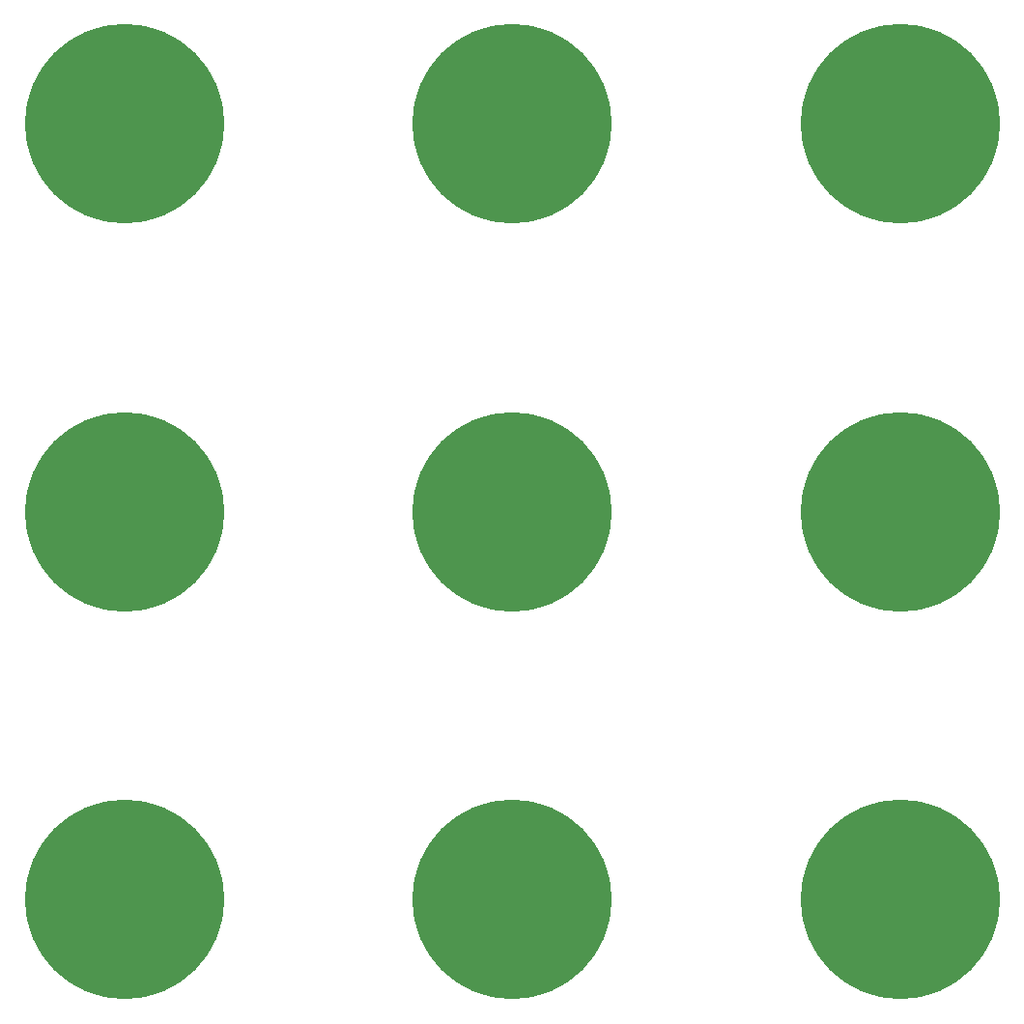
<source format=gbr>
%TF.GenerationSoftware,KiCad,Pcbnew,7.0.5*%
%TF.CreationDate,2023-10-26T18:16:14+09:00*%
%TF.ProjectId,clover_timer_p,636c6f76-6572-45f7-9469-6d65725f702e,rev?*%
%TF.SameCoordinates,Original*%
%TF.FileFunction,Paste,Bot*%
%TF.FilePolarity,Positive*%
%FSLAX46Y46*%
G04 Gerber Fmt 4.6, Leading zero omitted, Abs format (unit mm)*
G04 Created by KiCad (PCBNEW 7.0.5) date 2023-10-26 18:16:14*
%MOMM*%
%LPD*%
G01*
G04 APERTURE LIST*
%ADD10C,17.500000*%
G04 APERTURE END LIST*
D10*
%TO.C,J18*%
X168100000Y-128100000D03*
%TD*%
%TO.C,J16*%
X134100000Y-128100000D03*
%TD*%
%TO.C,J14*%
X100100000Y-128100000D03*
%TD*%
%TO.C,J12*%
X168100000Y-94100000D03*
%TD*%
%TO.C,J10*%
X134100000Y-94100000D03*
%TD*%
%TO.C,J8*%
X100100000Y-94100000D03*
%TD*%
%TO.C,J6*%
X168100000Y-60100000D03*
%TD*%
%TO.C,J4*%
X134100000Y-60100000D03*
%TD*%
%TO.C,J2*%
X100100000Y-60100000D03*
%TD*%
M02*

</source>
